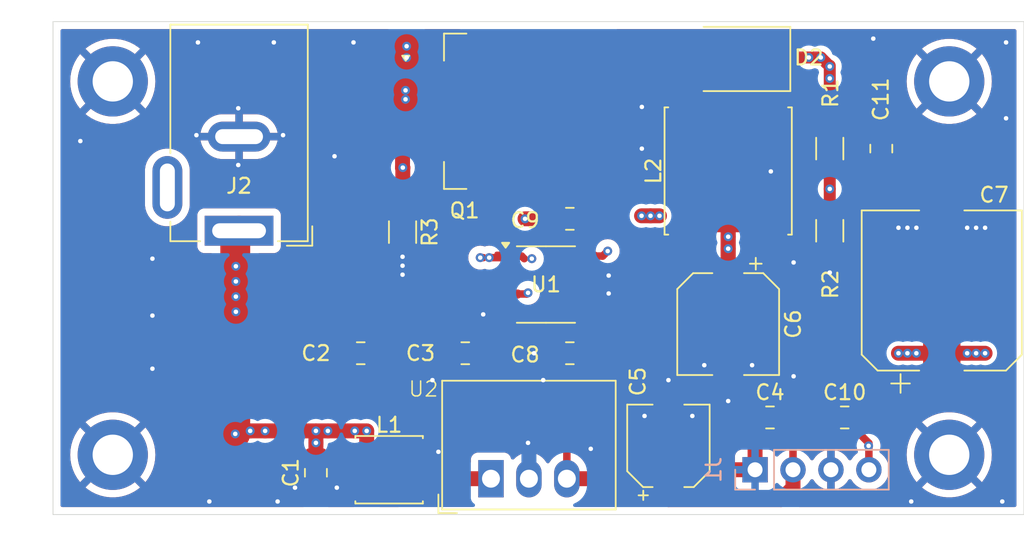
<source format=kicad_pcb>
(kicad_pcb (version 20240108) (generator "pcbnew") (generator_version "8.0")
  (layers (0 "F.Cu" signal) (1 "In1.Cu" signal) (2 "In2.Cu" signal) (31 "B.Cu" signal) (34 "B.Paste" user) (35 "F.Paste" user) (36 "B.SilkS" user "B.Silkscreen") (37 "F.SilkS" user "F.Silkscreen") (38 "B.Mask" user) (39 "F.Mask" user) (44 "Edge.Cuts" user))
  (net 0 "")
  (net 1 "GND")
  (net 2 "+170")
  (net 3 "+5V")
  (net 4 "VCC")
  (net 6 "Net-(U2-IN)")
  (net 7 "Net-(U1-REF)")
  (net 8 "Net-(U1-FB)")
  (net 9 "Net-(D2-A)")
  (net 10 "Net-(Q1-G)")
  (net 11 "Net-(Q1-S)")
  (footprint "Package_SO:SO-8_3.9x4.9mm_P1.27mm" (layer "F.Cu") (at 179 104.6)
    (property "Reference" "U1" (at 0 0 0) (layer "F.SilkS"))
    (property "Value" "MAX1771xSA" (hide yes))
    (fp_line (start 0 -2.56) (end -1.95 -2.56) (stroke (width 0.12)) (layer "F.SilkS"))
    (fp_line (start 0 -2.56) (end 1.95 -2.56) (stroke (width 0.12)) (layer "F.SilkS"))
    (fp_line (start 0 2.56) (end -1.95 2.56) (stroke (width 0.12)) (layer "F.SilkS"))
    (fp_line (start 0 2.56) (end 1.95 2.56) (stroke (width 0.12)) (layer "F.SilkS"))
    (fp_poly (pts (xy -2.7 -2.465) (xy -2.94 -2.795) (xy -2.46 -2.795) (xy -2.7 -2.465)) (stroke (width 0.12)) (fill solid) (layer "F.SilkS"))
    (pad "1" smd roundrect (at -2.575 -1.905) (size 1.75 0.6) (layers "F.Cu" "F.Paste" "F.Mask") (net 10 "Net-(Q1-G)"))
    (pad "2" smd roundrect (at -2.575 -0.635) (size 1.75 0.6) (layers "F.Cu" "F.Paste" "F.Mask") (net 4 "VCC"))
    (pad "3" smd roundrect (at -2.575 0.635) (size 1.75 0.6) (layers "F.Cu" "F.Paste" "F.Mask") (net 8 "Net-(U1-FB)"))
    (pad "4" smd roundrect (at -2.575 1.905) (size 1.75 0.6) (layers "F.Cu" "F.Paste" "F.Mask") (net 1 "GND"))
    (pad "5" smd roundrect (at 2.575 1.905) (size 1.75 0.6) (layers "F.Cu" "F.Paste" "F.Mask") (net 7 "Net-(U1-REF)"))
    (pad "6" smd roundrect (at 2.575 0.635) (size 1.75 0.6) (layers "F.Cu" "F.Paste" "F.Mask") (net 1 "GND"))
    (pad "7" smd roundrect (at 2.575 -0.635) (size 1.75 0.6) (layers "F.Cu" "F.Paste" "F.Mask") (net 1 "GND"))
    (pad "8" smd roundrect (at 2.575 -1.905) (size 1.75 0.6) (layers "F.Cu" "F.Paste" "F.Mask") (net 11 "Net-(Q1-S)"))
  )
  (footprint "anders:78xx-05A" (layer "F.Cu") (at 180.4 117.6 180)
    (property "Reference" "U2" (at 9.6 6 0) (layer "F.SilkS") (effects (font (thickness 0.1))))
    (property "Value" "R-78B5.0-0.5" (hide yes))
    (fp_line (start 8.6 -1.06) (end 8.6 -2.3) (stroke (width 0.12)) (layer "F.SilkS"))
    (fp_line (start 8.35 -2.06) (end 8.35 6.56) (stroke (width 0.12)) (layer "F.SilkS"))
    (fp_line (start 7.36 -2.3) (end 8.6 -2.3) (stroke (width 0.12)) (layer "F.SilkS"))
    (fp_line (start -3.27 6.56) (end 8.35 6.56) (stroke (width 0.12)) (layer "F.SilkS"))
    (fp_line (start -3.27 -2.06) (end 8.35 -2.06) (stroke (width 0.12)) (layer "F.SilkS"))
    (fp_line (start -3.27 -2.06) (end -3.27 6.56) (stroke (width 0.12)) (layer "F.SilkS"))
    (pad "1" thru_hole rect (at 5.08 0 180) (size 1.7 2.5) (drill 1.2) (layers "*.Cu" "*.Mask") (net 6 "Net-(U2-IN)"))
    (pad "2" thru_hole oval (at 2.54 0 180) (size 1.7 2.5) (drill 1.2) (layers "*.Cu" "*.Mask") (net 1 "GND"))
    (pad "3" thru_hole oval (at 0 0 180) (size 1.7 2.5) (drill 1.2) (layers "*.Cu" "*.Mask") (net 3 "+5V"))
  )
  (footprint "Capacitor_SMD:C_0805_2012Metric_Pad1.18x1.45mm_HandSolder" (layer "F.Cu") (at 173.6 109.2)
    (property "Reference" "C3" (at -3 0 0) (layer "F.SilkS"))
    (property "Value" "1n" (hide yes))
    (fp_line (start -0.261252 -0.735) (end 0.261252 -0.735) (stroke (width 0.12)) (layer "F.SilkS"))
    (fp_line (start -0.261252 0.735) (end 0.261252 0.735) (stroke (width 0.12)) (layer "F.SilkS"))
    (pad "1" smd roundrect (at -1.0375 0) (size 1.175 1.45) (layers "F.Cu" "F.Paste" "F.Mask") (roundrect_rratio 0.212766) (net 6 "Net-(U2-IN)"))
    (pad "2" smd roundrect (at 1.0375 0) (size 1.175 1.45) (layers "F.Cu" "F.Paste" "F.Mask") (roundrect_rratio 0.212766) (net 3 "+5V"))
  )
  (footprint "Capacitor_SMD:C_0805_2012Metric_Pad1.18x1.45mm_HandSolder" (layer "F.Cu") (at 199 113.5)
    (property "Reference" "C10" (at 0 -1.68 0) (layer "F.SilkS"))
    (property "Value" "100n")
    (fp_line (start -0.261252 -0.735) (end 0.261252 -0.735) (stroke (width 0.12)) (layer "F.SilkS"))
    (fp_line (start -0.261252 0.735) (end 0.261252 0.735) (stroke (width 0.12)) (layer "F.SilkS"))
    (pad "1" smd roundrect (at -1.0375 0) (size 1.175 1.45) (layers "F.Cu" "F.Paste" "F.Mask") (roundrect_rratio 0.212766) (net 1 "GND"))
    (pad "2" smd roundrect (at 1.0375 0) (size 1.175 1.45) (layers "F.Cu" "F.Paste" "F.Mask") (roundrect_rratio 0.212766) (net 2 "+170"))
  )
  (footprint "Resistor_SMD:R_1206_3216Metric" (layer "F.Cu") (at 198 101 -90)
    (property "Reference" "R2" (at 3.6 -0.05 90) (layer "F.SilkS"))
    (property "Value" "13k3" (hide yes))
    (fp_line (start -0.727064 0.91) (end 0.727064 0.91) (stroke (width 0.12)) (layer "F.SilkS"))
    (fp_line (start -0.727064 -0.91) (end 0.727064 -0.91) (stroke (width 0.12)) (layer "F.SilkS"))
    (pad "1" smd roundrect (at -1.4625 0 270) (size 1.125 1.75) (layers "F.Cu" "F.Paste" "F.Mask") (roundrect_rratio 0.222222) (net 8 "Net-(U1-FB)"))
    (pad "2" smd roundrect (at 1.4625 0 270) (size 1.125 1.75) (layers "F.Cu" "F.Paste" "F.Mask") (roundrect_rratio 0.222222) (net 1 "GND"))
  )
  (footprint "MountingHole:MountingHole_2.7mm_M2.5_DIN965_Pad" (layer "F.Cu") (at 206 91)
    (property "Reference" "H4" (hide yes))
    (property "Value" "MountingHole_Pad" (hide yes))
    (pad "1" thru_hole circle (at 0 0) (size 4.7 4.7) (drill 2.7) (layers "*.Cu" "*.Mask") (net 1 "GND"))
  )
  (footprint "Capacitor_SMD:C_0805_2012Metric_Pad1.18x1.45mm_HandSolder" (layer "F.Cu") (at 194 113.5)
    (property "Reference" "C4" (at 0 -1.68 0) (layer "F.SilkS"))
    (property "Value" "10u" (hide yes))
    (fp_line (start -0.261252 -0.735) (end 0.261252 -0.735) (stroke (width 0.12)) (layer "F.SilkS"))
    (fp_line (start -0.261252 0.735) (end 0.261252 0.735) (stroke (width 0.12)) (layer "F.SilkS"))
    (pad "1" smd roundrect (at -1.0375 0) (size 1.175 1.45) (layers "F.Cu" "F.Paste" "F.Mask") (roundrect_rratio 0.212766) (net 1 "GND"))
    (pad "2" smd roundrect (at 1.0375 0) (size 1.175 1.45) (layers "F.Cu" "F.Paste" "F.Mask") (roundrect_rratio 0.212766) (net 3 "+5V"))
  )
  (footprint "Capacitor_SMD:CP_Elec_5x5.3" (layer "F.Cu") (at 187.2 115.4 90)
    (property "Reference" "C5" (at 4.3 -2.05 90) (layer "F.SilkS"))
    (property "Value" "100uF/10V" (hide yes))
    (fp_line (start 2.76 -2.76) (end 2.76 -1.06) (stroke (width 0.12)) (layer "F.SilkS"))
    (fp_line (start -1.695563 -2.76) (end 2.76 -2.76) (stroke (width 0.12)) (layer "F.SilkS"))
    (fp_line (start -3.3125 -1.9975) (end -3.3125 -1.3725) (stroke (width 0.12)) (layer "F.SilkS"))
    (fp_line (start -2.76 -1.695563) (end -1.695563 -2.76) (stroke (width 0.12)) (layer "F.SilkS"))
    (fp_line (start -2.76 -1.695563) (end -2.76 -1.06) (stroke (width 0.12)) (layer "F.SilkS"))
    (fp_line (start -3.625 -1.685) (end -3 -1.685) (stroke (width 0.12)) (layer "F.SilkS"))
    (fp_line (start -2.76 1.695563) (end -2.76 1.06) (stroke (width 0.12)) (layer "F.SilkS"))
    (fp_line (start -2.76 1.695563) (end -1.695563 2.76) (stroke (width 0.12)) (layer "F.SilkS"))
    (fp_line (start 2.76 2.76) (end 2.76 1.06) (stroke (width 0.12)) (layer "F.SilkS"))
    (fp_line (start -1.695563 2.76) (end 2.76 2.76) (stroke (width 0.12)) (layer "F.SilkS"))
    (pad "1" smd roundrect (at -2.2 0 90) (size 3 1.6) (layers "F.Cu" "F.Paste" "F.Mask") (roundrect_rratio 0.15625) (net 3 "+5V"))
    (pad "2" smd roundrect (at 2.2 0 90) (size 3 1.6) (layers "F.Cu" "F.Paste" "F.Mask") (roundrect_rratio 0.15625) (net 1 "GND"))
  )
  (footprint "Capacitor_SMD:CP_Elec_6.3x7.7" (layer "F.Cu") (at 191.2 107.25 -90)
    (property "Reference" "C6" (at 0 -4.35 90) (layer "F.SilkS"))
    (property "Value" "330uF/16V" (hide yes))
    (fp_line (start -2.345563 3.41) (end 3.41 3.41) (stroke (width 0.12)) (layer "F.SilkS"))
    (fp_line (start 3.41 3.41) (end 3.41 1.06) (stroke (width 0.12)) (layer "F.SilkS"))
    (fp_line (start -3.41 2.345563) (end -2.345563 3.41) (stroke (width 0.12)) (layer "F.SilkS"))
    (fp_line (start -3.41 2.345563) (end -3.41 1.06) (stroke (width 0.12)) (layer "F.SilkS"))
    (fp_line (start -4.4375 -1.8475) (end -3.65 -1.8475) (stroke (width 0.12)) (layer "F.SilkS"))
    (fp_line (start -4.04375 -2.24125) (end -4.04375 -1.45375) (stroke (width 0.12)) (layer "F.SilkS"))
    (fp_line (start -3.41 -2.345563) (end -3.41 -1.06) (stroke (width 0.12)) (layer "F.SilkS"))
    (fp_line (start -3.41 -2.345563) (end -2.345563 -3.41) (stroke (width 0.12)) (layer "F.SilkS"))
    (fp_line (start -2.345563 -3.41) (end 3.41 -3.41) (stroke (width 0.12)) (layer "F.SilkS"))
    (fp_line (start 3.41 -3.41) (end 3.41 -1.06) (stroke (width 0.12)) (layer "F.SilkS"))
    (pad "1" smd roundrect (at -2.7 0 270) (size 3.5 1.6) (layers "F.Cu" "F.Paste" "F.Mask") (roundrect_rratio 0.15625) (net 4 "VCC"))
    (pad "2" smd roundrect (at 2.7 0 270) (size 3.5 1.6) (layers "F.Cu" "F.Paste" "F.Mask") (roundrect_rratio 0.15625) (net 1 "GND"))
  )
  (footprint "MountingHole:MountingHole_2.7mm_M2.5_DIN965_Pad" (layer "F.Cu") (at 150 116)
    (property "Reference" "H2" (hide yes))
    (property "Value" "MountingHole_Pad" (hide yes))
    (pad "1" thru_hole circle (at 0 0) (size 4.7 4.7) (drill 2.7) (layers "*.Cu" "*.Mask") (net 1 "GND"))
  )
  (footprint "MountingHole:MountingHole_2.7mm_M2.5_DIN965_Pad" (layer "F.Cu") (at 150 91)
    (property "Reference" "H3" (hide yes))
    (property "Value" "MountingHole_Pad" (hide yes))
    (pad "1" thru_hole circle (at 0 0) (size 4.7 4.7) (drill 2.7) (layers "*.Cu" "*.Mask") (net 1 "GND"))
  )
  (footprint "Connector_BarrelJack:BarrelJack_GCT_DCJ200-10-A_Horizontal" (layer "F.Cu") (at 158.455 101 180)
    (property "Reference" "J2" (at 0 3 0) (layer "F.SilkS"))
    (property "Value" "12V DC")
    (fp_line (start 4.6 13.8) (end -4.6 13.8) (stroke (width 0.12)) (layer "F.SilkS"))
    (fp_line (start 4.6 5.2) (end 4.6 13.8) (stroke (width 0.12)) (layer "F.SilkS"))
    (fp_line (start 4.6 -0.7) (end 4.6 0.6) (stroke (width 0.12)) (layer "F.SilkS"))
    (fp_line (start 2.6 -0.7) (end 4.6 -0.7) (stroke (width 0.12)) (layer "F.SilkS"))
    (fp_line (start -3.2 -1) (end -4.9 -1) (stroke (width 0.12)) (layer "F.SilkS"))
    (fp_line (start -4.6 13.8) (end -4.6 -0.7) (stroke (width 0.12)) (layer "F.SilkS"))
    (fp_line (start -4.6 -0.7) (end -2.6 -0.7) (stroke (width 0.12)) (layer "F.SilkS"))
    (fp_line (start -4.9 -1) (end -4.9 0.3) (stroke (width 0.12)) (layer "F.SilkS"))
    (pad "1" thru_hole rect (at 0 0 180) (size 4.6 2) (drill oval 3.6 1) (layers "*.Cu" "*.Mask") (net 4 "VCC"))
    (pad "2" thru_hole oval (at 0 6.3 180) (size 4.2 2) (drill oval 3.2 1) (layers "*.Cu" "*.Mask") (net 1 "GND"))
    (pad "3" thru_hole oval (at 4.8 2.9 180) (size 2 4.2) (drill oval 1 3.2) (layers "*.Cu" "*.Mask"))
  )
  (footprint "Diode_SMD:D_SMB" (layer "F.Cu") (at 191.7 89.5 180)
    (property "Reference" "D2" (at -4.896 0.092 180) (layer "F.SilkS"))
    (property "Value" "ES2F")
    (fp_line (start -3.66 2.15) (end 2.15 2.15) (stroke (width 0.12)) (layer "F.SilkS"))
    (fp_line (start -3.66 -2.15) (end 2.15 -2.15) (stroke (width 0.12)) (layer "F.SilkS"))
    (fp_line (start -3.66 -2.15) (end -3.66 2.15) (stroke (width 0.12)) (layer "F.SilkS"))
    (pad "1" smd roundrect (at -2.15 0 180) (size 2.5 2.3) (layers "F.Cu" "F.Paste" "F.Mask") (roundrect_rratio 0.1086956522) (net 2 "+170"))
    (pad "2" smd roundrect (at 2.15 0 180) (size 2.5 2.3) (layers "F.Cu" "F.Paste" "F.Mask") (roundrect_rratio 0.1086956522) (net 9 "Net-(D2-A)"))
  )
  (footprint "Capacitor_SMD:C_0805_2012Metric_Pad1.18x1.45mm_HandSolder" (layer "F.Cu") (at 163.6 117.2 90)
    (property "Reference" "C1" (at 0 -1.68 90) (layer "F.SilkS"))
    (property "Value" "10u" (hide yes))
    (fp_line (start -0.261252 -0.735) (end 0.261252 -0.735) (stroke (width 0.12)) (layer "F.SilkS"))
    (fp_line (start -0.261252 0.735) (end 0.261252 0.735) (stroke (width 0.12)) (layer "F.SilkS"))
    (pad "1" smd roundrect (at -1.0375 0 90) (size 1.175 1.45) (layers "F.Cu" "F.Paste" "F.Mask") (roundrect_rratio 0.212766) (net 1 "GND"))
    (pad "2" smd roundrect (at 1.0375 0 90) (size 1.175 1.45) (layers "F.Cu" "F.Paste" "F.Mask") (roundrect_rratio 0.212766) (net 4 "VCC"))
  )
  (footprint "Capacitor_SMD:CP_Elec_10x12.5" (layer "F.Cu") (at 205.5 105 90)
    (property "Reference" "C7" (at 6.4 3.5 180) (layer "F.SilkS"))
    (property "Value" "10uF/250V" (hide yes))
    (fp_line (start 5.36 -5.36) (end 5.36 -1.51) (stroke (width 0.12)) (layer "F.SilkS"))
    (fp_line (start -4.295563 -5.36) (end 5.36 -5.36) (stroke (width 0.12)) (layer "F.SilkS"))
    (fp_line (start -5.36 -4.295563) (end -4.295563 -5.36) (stroke (width 0.12)) (layer "F.SilkS"))
    (fp_line (start -5.36 -4.295563) (end -5.36 -1.51) (stroke (width 0.12)) (layer "F.SilkS"))
    (fp_line (start -6.225 -3.385) (end -6.225 -2.135) (stroke (width 0.12)) (layer "F.SilkS"))
    (fp_line (start -6.85 -2.76) (end -5.6 -2.76) (stroke (width 0.12)) (layer "F.SilkS"))
    (fp_line (start -5.36 4.295563) (end -5.36 1.51) (stroke (width 0.12)) (layer "F.SilkS"))
    (fp_line (start -5.36 4.295563) (end -4.295563 5.36) (stroke (width 0.12)) (layer "F.SilkS"))
    (fp_line (start 5.36 5.36) (end 5.36 1.51) (stroke (width 0.12)) (layer "F.SilkS"))
    (fp_line (start -4.295563 5.36) (end 5.36 5.36) (stroke (width 0.12)) (layer "F.SilkS"))
    (pad "1" smd roundrect (at -4.2 0 90) (size 4.4 2.5) (layers "F.Cu" "F.Paste" "F.Mask") (roundrect_rratio 0.1) (net 2 "+170"))
    (pad "2" smd roundrect (at 4.2 0 90) (size 4.4 2.5) (layers "F.Cu" "F.Paste" "F.Mask") (roundrect_rratio 0.1) (net 1 "GND"))
  )
  (footprint "Resistor_SMD:R_1206_3216Metric" (layer "F.Cu") (at 198 95.5 -90)
    (property "Reference" "R1" (at -3.7 -0.05 90) (layer "F.SilkS"))
    (property "Value" "1M5" (hide yes))
    (fp_line (start -0.727064 0.91) (end 0.727064 0.91) (stroke (width 0.12)) (layer "F.SilkS"))
    (fp_line (start -0.727064 -0.91) (end 0.727064 -0.91) (stroke (width 0.12)) (layer "F.SilkS"))
    (pad "1" smd roundrect (at -1.4625 0 270) (size 1.125 1.75) (layers "F.Cu" "F.Paste" "F.Mask") (roundrect_rratio 0.222222) (net 2 "+170"))
    (pad "2" smd roundrect (at 1.4625 0 270) (size 1.125 1.75) (layers "F.Cu" "F.Paste" "F.Mask") (roundrect_rratio 0.222222) (net 8 "Net-(U1-FB)"))
  )
  (footprint "Resistor_SMD:R_1206_3216Metric" (layer "F.Cu") (at 169.4 101.092 -90)
    (property "Reference" "R3" (at 0 -1.82 -90) (layer "F.SilkS"))
    (property "Value" "0R10")
    (fp_line (start -0.727064 0.91) (end 0.727064 0.91) (stroke (width 0.12)) (layer "F.SilkS"))
    (fp_line (start -0.727064 -0.91) (end 0.727064 -0.91) (stroke (width 0.12)) (layer "F.SilkS"))
    (pad "1" smd roundrect (at -1.4625 0 270) (size 1.125 1.75) (layers "F.Cu" "F.Paste" "F.Mask") (roundrect_rratio 0.222222) (net 11 "Net-(Q1-S)"))
    (pad "2" smd roundrect (at 1.4625 0 270) (size 1.125 1.75) (layers "F.Cu" "F.Paste" "F.Mask") (roundrect_rratio 0.222222) (net 1 "GND"))
  )
  (footprint "Package_TO_SOT_SMD:TO-263-2" (layer "F.Cu") (at 177 93)
    (property "Reference" "Q1" (at -3.45 6.65 0) (layer "F.SilkS"))
    (property "Value" "IRF644" (hide yes))
    (fp_line (start -4.825 -5.2) (end -4.825 -3.39) (stroke (width 0.12)) (layer "F.SilkS"))
    (fp_line (start -4.825 5.2) (end -4.825 3.39) (stroke (width 0.12)) (layer "F.SilkS"))
    (fp_line (start -3.325 -5.2) (end -4.825 -5.2) (stroke (width 0.12)) (layer "F.SilkS"))
    (fp_line (start -3.325 5.2) (end -4.825 5.2) (stroke (width 0.12)) (layer "F.SilkS"))
    (fp_poly (pts (xy -7.3875 -3.39) (xy -7.6275 -3.72) (xy -7.1475 -3.72) (xy -7.3875 -3.39)) (stroke (width 0.12)) (fill solid) (layer "F.SilkS"))
    (pad "1" smd roundrect (at -7.65 -2.54) (size 4.6 1.1) (layers "F.Cu" "F.Paste" "F.Mask") (roundrect_rratio 0.227273) (net 10 "Net-(Q1-G)"))
    (pad "2" smd roundrect (at -0.925 -2.775) (size 4.55 5.25) (layers "F.Cu" "F.Paste") (roundrect_rratio 0.054945) (net 9 "Net-(D2-A)"))
    (pad "2" smd roundrect (at -0.925 2.775) (size 4.55 5.25) (layers "F.Cu" "F.Paste") (roundrect_rratio 0.054945) (net 9 "Net-(D2-A)"))
    (pad "2" smd roundrect (at 1.5 0) (size 9.4 10.8) (layers "F.Cu" "F.Mask") (roundrect_rratio 0.026596) (net 9 "Net-(D2-A)"))
    (pad "2" smd roundrect (at 3.925 -2.775) (size 4.55 5.25) (layers "F.Cu" "F.Paste") (roundrect_rratio 0.054945) (net 9 "Net-(D2-A)"))
    (pad "2" smd roundrect (at 3.925 2.775) (size 4.55 5.25) (layers "F.Cu" "F.Paste") (roundrect_rratio 0.054945) (net 9 "Net-(D2-A)"))
    (pad "3" smd roundrect (at -7.65 2.54) (size 4.6 1.1) (layers "F.Cu" "F.Paste" "F.Mask") (roundrect_rratio 0.227273) (net 11 "Net-(Q1-S)"))
  )
  (footprint "Capacitor_SMD:C_0805_2012Metric_Pad1.18x1.45mm_HandSolder" (layer "F.Cu") (at 201.45 95.5 -90)
    (property "Reference" "C11" (at -3.298 0.028 90) (layer "F.SilkS"))
    (property "Value" "1n" (hide yes))
    (fp_line (start -0.261252 0.735) (end 0.261252 0.735) (stroke (width 0.12)) (layer "F.SilkS"))
    (fp_line (start -0.261252 -0.735) (end 0.261252 -0.735) (stroke (width 0.12)) (layer "F.SilkS"))
    (pad "1" smd roundrect (at -1.0375 0 270) (size 1.175 1.45) (layers "F.Cu" "F.Paste" "F.Mask") (roundrect_rratio 0.212766) (net 1 "GND"))
    (pad "2" smd roundrect (at 1.0375 0 270) (size 1.175 1.45) (layers "F.Cu" "F.Paste" "F.Mask") (roundrect_rratio 0.212766) (net 8 "Net-(U1-FB)"))
  )
  (footprint "Inductor_SMD:L_Changjiang_FNR4030S" (layer "F.Cu") (at 168.5 117)
    (property "Reference" "L1" (at 0 -3 0) (layer "F.SilkS"))
    (property "Value" "4u7" (hide yes))
    (fp_line (start -2.26 -2.26) (end -2.26 -2.11) (stroke (width 0.12)) (layer "F.SilkS"))
    (fp_line (start -2.26 -2.26) (end 2.26 -2.26) (stroke (width 0.12)) (layer "F.SilkS"))
    (fp_line (start -2.26 2.26) (end -2.26 2.11) (stroke (width 0.12)) (layer "F.SilkS"))
    (fp_line (start -2.26 2.26) (end 2.26 2.26) (stroke (width 0.12)) (layer "F.SilkS"))
    (fp_line (start 2.26 -2.26) (end 2.26 -2.11) (stroke (width 0.12)) (layer "F.SilkS"))
    (fp_line (start 2.26 2.26) (end 2.26 2.11) (stroke (width 0.12)) (layer "F.SilkS"))
    (pad "1" smd rect (at -1.5 0) (size 1.1 3.7) (layers "F.Cu" "F.Paste" "F.Mask") (net 4 "VCC"))
    (pad "2" smd rect (at 1.5 0) (size 1.1 3.7) (layers "F.Cu" "F.Paste" "F.Mask") (net 6 "Net-(U2-IN)"))
  )
  (footprint "Capacitor_SMD:C_0805_2012Metric_Pad1.18x1.45mm_HandSolder" (layer "F.Cu") (at 166.6 109.2)
    (property "Reference" "C2" (at -3 0 0) (layer "F.SilkS"))
    (property "Value" "10u" (hide yes))
    (fp_line (start -0.261252 -0.735) (end 0.261252 -0.735) (stroke (width 0.12)) (layer "F.SilkS"))
    (fp_line (start -0.261252 0.735) (end 0.261252 0.735) (stroke (width 0.12)) (layer "F.SilkS"))
    (pad "1" smd roundrect (at -1.0375 0) (size 1.175 1.45) (layers "F.Cu" "F.Paste" "F.Mask") (roundrect_rratio 0.212766) (net 1 "GND"))
    (pad "2" smd roundrect (at 1.0375 0) (size 1.175 1.45) (layers "F.Cu" "F.Paste" "F.Mask") (roundrect_rratio 0.212766) (net 6 "Net-(U2-IN)"))
  )
  (footprint "Capacitor_SMD:C_0805_2012Metric_Pad1.18x1.45mm_HandSolder" (layer "F.Cu") (at 180.6 100.2 180)
    (property "Reference" "C9" (at 3 -0.1 0) (layer "F.SilkS"))
    (property "Value" "100n" (hide yes))
    (fp_line (start -0.261252 0.735) (end 0.261252 0.735) (stroke (width 0.12)) (layer "F.SilkS"))
    (fp_line (start -0.261252 -0.735) (end 0.261252 -0.735) (stroke (width 0.12)) (layer "F.SilkS"))
    (pad "1" smd roundrect (at -1.0375 0 180) (size 1.175 1.45) (layers "F.Cu" "F.Paste" "F.Mask") (roundrect_rratio 0.212766) (net 1 "GND"))
    (pad "2" smd roundrect (at 1.0375 0 180) (size 1.175 1.45) (layers "F.Cu" "F.Paste" "F.Mask") (roundrect_rratio 0.212766) (net 4 "VCC"))
  )
  (footprint "Inductor_SMD:L_Sunlord_SWPA8040S" (layer "F.Cu") (at 191.2 97 90)
    (property "Reference" "L2" (at 0 -5 90) (layer "F.SilkS"))
    (property "Value" "100u" (hide yes))
    (fp_line (start 4.26 -4.26) (end 4.26 -4.01) (stroke (width 0.12)) (layer "F.SilkS"))
    (fp_line (start -4.26 -4.26) (end 4.26 -4.26) (stroke (width 0.12)) (layer "F.SilkS"))
    (fp_line (start -4.26 -4.26) (end -4.26 -4.01) (stroke (width 0.12)) (layer "F.SilkS"))
    (fp_line (start 4.26 4.26) (end 4.26 4.01) (stroke (width 0.12)) (layer "F.SilkS"))
    (fp_line (start -4.26 4.26) (end -4.26 4.01) (stroke (width 0.12)) (layer "F.SilkS"))
    (fp_line (start -4.26 4.26) (end 4.26 4.26) (stroke (width 0.12)) (layer "F.SilkS"))
    (pad "1" smd rect (at -3 0 90) (size 2.2 7.5) (layers "F.Cu" "F.Paste" "F.Mask") (net 4 "VCC"))
    (pad "2" smd rect (at 3 0 90) (size 2.2 7.5) (layers "F.Cu" "F.Paste" "F.Mask") (net 9 "Net-(D2-A)"))
  )
  (footprint "MountingHole:MountingHole_2.7mm_M2.5_DIN965_Pad" (layer "F.Cu") (at 206 116)
    (property "Reference" "H1" (hide yes))
    (property "Value" "MountingHole_Pad" (hide yes))
    (pad "1" thru_hole circle (at 0 0) (size 4.7 4.7) (drill 2.7) (layers "*.Cu" "*.Mask") (net 1 "GND"))
  )
  (footprint "Capacitor_SMD:C_0805_2012Metric_Pad1.18x1.45mm_HandSolder" (layer "F.Cu") (at 180.6 109.2)
    (property "Reference" "C8" (at -3 0.1 0) (layer "F.SilkS"))
    (property "Value" "100n" (hide yes))
    (fp_line (start -0.261252 -0.735) (end 0.261252 -0.735) (stroke (width 0.12)) (layer "F.SilkS"))
    (fp_line (start -0.261252 0.735) (end 0.261252 0.735) (stroke (width 0.12)) (layer "F.SilkS"))
    (pad "1" smd roundrect (at -1.0375 0) (size 1.175 1.45) (layers "F.Cu" "F.Paste" "F.Mask") (roundrect_rratio 0.212766) (net 1 "GND"))
    (pad "2" smd roundrect (at 1.0375 0) (size 1.175 1.45) (layers "F.Cu" "F.Paste" "F.Mask") (roundrect_rratio 0.212766) (net 7 "Net-(U1-REF)"))
  )
  (footprint "Connector_PinSocket_2.54mm:PinSocket_1x04_P2.54mm_Vertical" (layer "B.Cu") (at 193 117 -90)
    (property "Reference" "J1" (at 0 2.77 90) (layer "B.SilkS") (effects (justify mirror)))
    (property "Value" "Conn_01x04_Pin" (hide yes))
    (fp_line (start 1.33 1.33) (end 0 1.33) (stroke (width 0.12)) (layer "B.SilkS"))
    (fp_line (start 1.33 0) (end 1.33 1.33) (stroke (width 0.12)) (layer "B.SilkS"))
    (fp_line (start 1.33 -1.27) (end -1.33 -1.27) (stroke (width 0.12)) (layer "B.SilkS"))
    (fp_line (start -1.33 -8.95) (end -1.33 -1.27) (stroke (width 0.12)) (layer "B.SilkS"))
    (fp_line (start 1.33 -8.95) (end 1.33 -1.27) (stroke (width 0.12)) (layer "B.SilkS"))
    (fp_line (start 1.33 -8.95) (end -1.33 -8.95) (stroke (width 0.12)) (layer "B.SilkS"))
    (pad "1" thru_hole rect (at 0 0 270) (size 1.7 1.7) (drill 1) (layers "*.Cu" "*.Mask") (net 1 "GND"))
    (pad "2" thru_hole oval (at 0 -2.54 270) (size 1.7 1.7) (drill 1) (layers "*.Cu" "*.Mask") (net 3 "+5V"))
    (pad "3" thru_hole oval (at 0 -5.08 270) (size 1.7 1.7) (drill 1) (layers "*.Cu" "*.Mask") (net 1 "GND"))
    (pad "4" thru_hole oval (at 0 -7.62 270) (size 1.7 1.7) (drill 1) (layers "*.Cu" "*.Mask") (net 2 "+170"))
  )
  (gr_line (start 146 120) (end 211 120) (stroke (width 0.05)) (layer "Edge.Cuts"))
  (gr_line (start 211 120) (end 211 87) (stroke (width 0.05)) (layer "Edge.Cuts"))
  (gr_line (start 146 87) (end 146 120) (stroke (width 0.05)) (layer "Edge.Cuts"))
  (gr_line (start 211 87) (end 146 87) (stroke (width 0.05)) (layer "Edge.Cuts"))
  (gr_text "ARL 2025" (at 150 106 90) (layer "F.Cu") (effects (font (size 1.5 1.5) (thickness 0.3) (bold yes))))
  (segment (start 205.5 100.8) (end 203.8 100.8) (width 1) (layer "F.Cu") (net 1))
  (segment (start 207.2 100.8) (end 207.8 100.8) (width 1) (layer "F.Cu") (net 1))
  (segment (start 169.4 102.742) (end 169.4 103.342) (width 1) (layer "F.Cu") (net 1))
  (segment (start 193 117) (end 190.8 117) (width 1) (layer "F.Cu") (net 1))
  (segment (start 202.6 100.8) (end 207.2 100.8) (width 1) (layer "F.Cu") (net 1))
  (segment (start 198 102.4625) (end 198 103.8) (width 0.8) (layer "F.Cu") (net 1))
  (segment (start 207.8 100.8) (end 208.4 100.8) (width 1) (layer "F.Cu") (net 1))
  (segment (start 169.4 102.5545) (end 169.4 102.742) (width 1) (layer "F.Cu") (net 1))
  (segment (start 203.8 100.8) (end 203.2 100.8) (width 1) (layer "F.Cu") (net 1))
  (segment (start 193 117) (end 193 115.4) (width 1) (layer "F.Cu") (net 1))
  (segment (start 203.2 100.8) (end 202.6 100.8) (width 1) (layer "F.Cu") (net 1))
  (segment (start 169.4 103.342) (end 169.4 103.942) (width 1) (layer "F.Cu") (net 1))
  (segment (start 169.4 103.942) (end 169.4 103.742) (width 1) (layer "F.Cu") (net 1))
  (via (at 185.42 95.504) (size 0.6) (drill 0.3) (layers "F.Cu" "B.Cu") (net 1))
  (via (at 155.702 88.392) (size 0.6) (drill 0.3) (layers "F.Cu" "B.Cu") (net 1))
  (via (at 185.42 92.71) (size 0.6) (drill 0.3) (layers "F.Cu" "B.Cu") (net 1))
  (via (at 203.8 100.8) (size 0.6) (drill 0.3) (layers "F.Cu" "B.Cu") (net 1))
  (via (at 178.2 109.2) (size 0.6) (drill 0.3) (layers "F.Cu" "B.Cu") (net 1))
  (via (at 164.846 96.012) (size 0.6) (drill 0.3) (layers "F.Cu" "B.Cu") (net 1))
  (via (at 209.804 88.392) (size 0.6) (drill 0.3) (layers "F.Cu" "B.Cu") (net 1))
  (via (at 147.828 94.996) (size 0.6) (drill 0.3) (layers "F.Cu" "B.Cu") (net 1))
  (via (at 202.6 100.8) (size 0.6) (drill 0.3) (layers "F.Cu" "B.Cu") (net 1))
  (via (at 191.2 112.4) (size 0.6) (drill 0.3) (layers "F.Cu" "B.Cu") (net 1))
  (via (at 166.116 88.392) (size 0.6) (drill 0.3) (layers "F.Cu" "B.Cu") (net 1))
  (via (at 162.2 118.2) (size 0.6) (drill 0.3) (layers "F.Cu" "B.Cu") (net 1))
  (via (at 187.2 111) (size 0.6) (drill 0.3) (layers "F.Cu" "B.Cu") (net 1))
  (via (at 200.914 88.138) (size 0.6) (drill 0.3) (layers "F.Cu" "B.Cu") (net 1))
  (via (at 178.816 110.998) (size 0.6) (drill 0.3) (layers "F.Cu" "B.Cu") (net 1))
  (via (at 152.654 102.87) (size 0.6) (drill 0.3) (layers "F.Cu" "B.Cu") (net 1))
  (via (at 171.8 115.8) (size 0.6) (drill 0.3) (layers "F.Cu" "B.Cu") (net 1))
  (via (at 160.782 88.392) (size 0.6) (drill 0.3) (layers "F.Cu" "B.Cu") (net 1))
  (via (at 209.55 119.126) (size 0.6) (drill 0.3) (layers "F.Cu" "B.Cu") (net 1))
  (via (at 195.58 110.744) (size 0.6) (drill 0.3) (layers "F.Cu" "B.Cu") (net 1))
  (via (at 195.58 103.124) (size 0.6) (drill 0.3) (layers "F.Cu" "B.Cu") (net 1))
  (via (at 192.8 110) (size 0.6) (drill 0.3) (layers "F.Cu" "B.Cu") (net 1))
  (via (at 171.4 111) (size 0.6) (drill 0.3) (layers "F.Cu" "B.Cu") (net 1))
  (via (at 177.8 115.2) (size 0.6) (drill 0.3) (layers "F.Cu" "B.Cu") (net 1))
  (via (at 207.8 100.8) (size 0.6) (drill 0.3) (layers "F.Cu" "B.Cu") (net 1))
  (via (at 182 115.6) (size 0.6) (drill 0.3) (layers "F.Cu" "B.Cu") (net 1))
  (via (at 209.804 93.472) (size 0.6) (drill 0.3) (layers "F.Cu" "B.Cu") (net 1))
  (via (at 169.4 103.342) (size 0.6) (drill 0.3) (layers "F.Cu" "B.Cu") (net 1))
  (via (at 174.8 106.6) (size 0.6) (drill 0.3) (layers "F.Cu" "B.Cu") (net 1))
  (via (at 152.654 106.68) (size 0.6) (drill 0.3) (layers "F.Cu" "B.Cu") (net 1))
  (via (at 161.4 94.6) (size 0.6) (drill 0.3) (layers "F.Cu" "B.Cu") (net 1))
  (via (at 189.6 110) (size 0.6) (drill 0.3) (layers "F.Cu" "B.Cu") (net 1))
  (via (at 158.4 96.6) (size 0.6) (drill 0.3) (layers "F.Cu" "B.Cu") (net 1))
  (via (at 183.2 104) (size 0.6) (drill 0.3) (layers "F.Cu" "B.Cu") (net 1))
  (via (at 155.6 94.6) (size 0.6) (drill 0.3) (layers "F.Cu" "B.Cu") (net 1))
  (via (at 188.8 113.4) (size 0.6) (drill 0.3) (layers "F.Cu" "B.Cu") (net 1))
  (via (at 183.2 105.2) (size 0.6) (drill 0.3) (layers "F.Cu" "B.Cu") (net 1))
  (via (at 158.4 92.8) (size 0.6) (drill 0.3) (layers "F.Cu" "B.Cu") (net 1))
  (via (at 156.464 119.126) (size 0.6) (drill 0.3) (layers "F.Cu" "B.Cu") (net 1))
  (via (at 169.4 103.942) (size 0.6) (drill 0.3) (layers "F.Cu" "B.Cu") (net 1))
  (via (at 203.454 119.126) (size 0.6) (drill 0.3) (layers "F.Cu" "B.Cu") (net 1))
  (via (at 185.6 113.4) (size 0.6) (drill 0.3) (layers "F.Cu" "B.Cu") (net 1))
  (via (at 169.4 102.742) (size 0.6) (drill 0.3) (layers "F.Cu" "B.Cu") (net 1))
  (via (at 161.036 119.126) (size 0.6) (drill 0.3) (layers "F.Cu" "B.Cu") (net 1))
  (via (at 207.2 100.8) (size 0.6) (drill 0.3) (layers "F.Cu" "B.Cu") (net 1))
  (via (at 152.654 110.236) (size 0.6) (drill 0.3) (layers "F.Cu" "B.Cu") (net 1))
  (via (at 165 118.2) (size 0.6) (drill 0.3) (layers "F.Cu" "B.Cu") (net 1))
  (via (at 198 103.8) (size 0.6) (drill 0.3) (layers "F.Cu" "B.Cu") (net 1))
  (via (at 203.2 100.8) (size 0.6) (drill 0.3) (layers "F.Cu" "B.Cu") (net 1))
  (via (at 194.056 97.028) (size 0.6) (drill 0.3) (layers "F.Cu" "B.Cu") (net 1))
  (via (at 208.4 100.8) (size 0.6) (drill 0.3) (layers "F.Cu" "B.Cu") (net 1))
  (segment (start 177.86 117.6) (end 177.86 115.26) (width 1) (layer "B.Cu") (net 1))
  (segment (start 177.86 115.26) (end 177.8 115.2) (width 1) (layer "B.Cu") (net 1))
  (segment (start 202.6 109.2) (end 208.4 109.2) (width 1) (layer "F.Cu") (net 2))
  (segment (start 198 94.0375) (end 198 89.95) (width 0.8) (layer "F.Cu") (net 2))
  (segment (start 200.6 115.4) (end 200.62 115.42) (width 0.5) (layer "F.Cu") (net 2))
  (segment (start 200.62 115.22) (end 200.62 115.38) (width 0.5) (layer "F.Cu") (net 2))
  (segment (start 200.62 115.38) (end 200.6 115.4) (width 0.5) (layer "F.Cu") (net 2))
  (segment (start 200.0375 113.5) (end 200.0375 114.6375) (width 0.5) (layer "F.Cu") (net 2))
  (segment (start 197 89.4) (end 197.4 89.4) (width 0.8) (layer "F.Cu") (net 2))
  (segment (start 200.62 115.42) (end 200.62 117) (width 0.5) (layer "F.Cu") (net 2))
  (segment (start 197.4 89.4) (end 197.8 89.8) (width 0.8) (layer "F.Cu") (net 2))
  (segment (start 200.0375 114.6375) (end 200.62 115.22) (width 0.5) (layer "F.Cu") (net 2))
  (segment (start 197 89.4) (end 194.5 89.4) (width 0.8) (layer "F.Cu") (net 2))
  (segment (start 194.5 89.4) (end 194.4 89.5) (width 0.8) (layer "F.Cu") (net 2))
  (via (at 198 90.8) (size 0.6) (drill 0.3) (layers "F.Cu" "B.Cu") (net 2))
  (via (at 207.2 109.2) (size 0.6) (drill 0.3) (layers "F.Cu" "B.Cu") (net 2))
  (via (at 203.8 109.2) (size 0.6) (drill 0.3) (layers "F.Cu" "B.Cu") (net 2))
  (via (at 200.6 115.4) (size 0.6) (drill 0.3) (layers "F.Cu" "B.Cu") (net 2))
  (via (at 196.6 89.4) (size 0.6) (drill 0.3) (layers "F.Cu" "B.Cu") (net 2))
  (via (at 207.8 109.2) (size 0.6) (drill 0.3) (layers "F.Cu" "B.Cu") (net 2))
  (via (at 202.6 109.2) (size 0.6) (drill 0.3) (layers "F.Cu" "B.Cu") (net 2))
  (via (at 208.4 109.2) (size 0.6) (drill 0.3) (layers "F.Cu" "B.Cu") (net 2))
  (via (at 203.2 109.2) (size 0.6) (drill 0.3) (layers "F.Cu" "B.Cu") (net 2))
  (via (at 197.4 89.4) (size 0.6) (drill 0.3) (layers "F.Cu" "B.Cu") (net 2))
  (via (at 198 90) (size 0.6) (drill 0.3) (layers "F.Cu" "B.Cu") (net 2))
  (segment (start 195.54 115.14) (end 195.54 117) (width 0.5) (layer "F.Cu") (net 3))
  (segment (start 195.0375 113.5) (end 195.0375 114.6375) (width 0.5) (layer "F.Cu") (net 3))
  (segment (start 194.742081 119) (end 195.54 118.202081) (width 1) (layer "F.Cu") (net 3))
  (segment (start 187.2 117.6) (end 187.2 119) (width 1) (layer "F.Cu") (net 3))
  (segment (start 195.0375 114.6375) (end 195.54 115.14) (width 0.5) (layer "F.Cu") (net 3))
  (segment (start 180.4 114.9625) (end 180.4 117.6) (width 0.5) (layer "F.Cu") (net 3))
  (segment (start 187.2 119) (end 194.742081 119) (width 1) (layer "F.Cu") (net 3))
  (segment (start 187.2 117.6) (end 180.4 117.6) (width 1) (layer "F.Cu") (net 3))
  (segment (start 195.54 118.202081) (end 195.54 117) (width 1) (layer "F.Cu") (net 3))
  (segment (start 174.6375 109.2) (end 180.4 114.9625) (width 0.5) (layer "F.Cu") (net 3))
  (segment (start 159.2 114.4) (end 158.4 114.4) (width 1) (layer "F.Cu") (net 4))
  (segment (start 158.2 112.5) (end 158.2 101.255) (width 2) (layer "F.Cu") (net 4))
  (segment (start 191.2 102.2) (end 191.2 101.4) (width 1) (layer "F.Cu") (net 4))
  (segment (start 158.4 114.4) (end 158.2 114.6) (width 1) (layer "F.Cu") (net 4))
  (segment (start 160.2 114.4) (end 159.2 114.4) (width 1) (layer "F.Cu") (net 4))
  (segment (start 191.2 101.4) (end 191.2 100) (width 1) (layer "F.Cu") (net 4))
  (segment (start 163.6 114.4) (end 160.2 114.4) (width 1) (layer "F.Cu") (net 4))
  (segment (start 179.5625 100.2) (end 177.6 100.2) (width 1) (layer "F.Cu") (net 4))
  (segment (start 163.6 116.1625) (end 163.6 115.2) (width 1) (layer "F.Cu") (net 4))
  (segment (start 158.2 101.255) (end 158.455 101) (width 2) (layer "F.Cu") (net 4))
  (segment (start 163.6 114.4) (end 164.4 114.4) (width 1) (layer "F.Cu") (net 4))
  (segment (start 191.2 100) (end 191.2 104.6) (width 1) (layer "F.Cu") (net 4))
  (segment (start 163.6 115.2) (end 163.6 114.4) (width 1) (layer "F.Cu") (net 4))
  (segment (start 167 114.4) (end 167 117) (width 1) (layer "F.Cu") (net 4))
  (segment (start 186.6 100) (end 186 100) (width 1) (layer "F.Cu") (net 4))
  (segment (start 158.2 112.5) (end 158.2 114.6) (width 2) (layer "F.Cu") (net 4))
  (segment (start 166.2 114.4) (end 167 114.4) (width 1) (layer "F.Cu") (net 4))
  (segment (start 179.6 103.4) (end 179.5625 103.3625) (width 0.5) (layer "F.Cu") (net 4))
  (segment (start 186 100) (end 185.4 100) (width 1) (layer "F.Cu") (net 4))
  (segment (start 176.425 103.965) (end 179.035 103.965) (width 0.5) (layer "F.Cu") (net 4))
  (segment (start 179.5625 103.3625) (end 179.5625 100.2) (width 0.5) (layer "F.Cu") (net 4))
  (segment (start 179.035 103.965) (end 179.6 103.4) (width 0.5) (layer "F.Cu") (net 4))
  (segment (start 164.4 114.4) (end 166.2 114.4) (width 1) (layer "F.Cu") (net 4))
  (segment (start 191.2 104.55) (end 191.2 102.2) (width 1) (layer "F.Cu") (net 4))
  (via (at 177.6 100.2) (size 0.6) (drill 0.3) (layers "F.Cu" "B.Cu") (net 4))
  (via (at 186 100) (size 0.6) (drill 0.3) (layers "F.Cu" "B.Cu") (net 4))
  (via (at 160.2 114.4) (size 0.6) (drill 0.3) (layers "F.Cu" "B.Cu") (net 4))
  (via (at 158.242 105.41) (size 0.6) (drill 0.3) (layers "F.Cu" "B.Cu") (net 4))
  (via (at 158.242 103.378) (size 0.6) (drill 0.3) (layers "F.Cu" "B.Cu") (net 4))
  (via (at 158.2 114.6) (size 0.6) (drill 0.3) (layers "F.Cu" "B.Cu") (net 4))
  (via (at 185.4 100) (size 0.6) (drill 0.3) (layers "F.Cu" "B.Cu") (net 4))
  (via (at 166.2 114.4) (size 0.6) (drill 0.3) (layers "F.Cu" "B.Cu") (net 4))
  (via (at 186.6 100) (size 0.6) (drill 0.3) (layers "F.Cu" "B.Cu") (net 4))
  (via (at 158.242 106.426) (size 0.6) (drill 0.3) (layers "F.Cu" "B.Cu") (net 4))
  (via (at 159.2 114.4) (size 0.6) (drill 0.3) (layers "F.Cu" "B.Cu") (net 4))
  (via (at 164.4 114.4) (size 0.6) (drill 0.3) (layers "F.Cu" "B.Cu") (net 4))
  (via (at 191.2 102.2) (size 0.6) (drill 0.3) (layers "F.Cu" "B.Cu") (net 4))
  (via (at 167 114.4) (size 0.6) (drill 0.3) (layers "F.Cu" "B.Cu") (net 4))
  (via (at 163.6 115.2) (size 0.6) (drill 0.3) (layers "F.Cu" "B.Cu") (net 4))
  (via (at 163.6 114.4) (size 0.6) (drill 0.3) (layers "F.Cu" "B.Cu") (net 4))
  (via (at 158.242 104.394) (size 0.6) (drill 0.3) (layers "F.Cu" "B.Cu") (net 4))
  (via (at 191.2 101.4) (size 0.6) (drill 0.3) (layers "F.Cu" "B.Cu") (net 4))
  (segment (start 170.6 117.6) (end 170 117) (width 1) (layer "F.Cu") (net 6))
  (segment (start 175.32 117.6) (end 170.6 117.6) (width 1) (layer "F.Cu") (net 6))
  (segment (start 170 109.2) (end 172.5625 109.2) (width 0.5) (layer "F.Cu") (net 6))
  (segment (start 170 109.2) (end 170 117) (width 0.5) (layer "F.Cu") (net 6))
  (segment (start 167.6375 109.2) (end 170 109.2) (width 0.5) (layer "F.Cu") (net 6))
  (segment (start 181.6375 109.2) (end 181.6375 106.5675) (width 0.5) (layer "F.Cu") (net 7))
  (segment (start 181.6375 106.5675) (end 181.575 106.505) (width 0.5) (layer "F.Cu") (net 7))
  (segment (start 197.95 96.9625) (end 201.025 96.9625) (width 0.8) (layer "F.Cu") (net 8))
  (segment (start 201.025 96.9625) (end 201.45 96.5375) (width 0.8) (layer "F.Cu") (net 8))
  (segment (start 198 99.5375) (end 198 98.2) (width 0.8) (layer "F.Cu") (net 8))
  (segment (start 177.721 105.235) (end 177.8 105.156) (width 0.5) (layer "F.Cu") (net 8))
  (segment (start 176.425 105.235) (end 177.721 105.235) (width 0.5) (layer "F.Cu") (net 8))
  (segment (start 198 98.2) (end 198 96.9625) (width 0.8) (layer "F.Cu") (net 8))
  (via (at 198 98.2) (size 0.6) (drill 0.3) (layers "F.Cu" "B.Cu") (net 8))
  (via (at 177.8 105.156) (size 0.6) (drill 0.3) (layers "F.Cu" "B.Cu") (net 8))
  (segment (start 189 89.5) (end 189 91.8) (width 2) (layer "F.Cu") (net 9))
  (segment (start 189 89.5) (end 181.65 89.5) (width 2) (layer "F.Cu") (net 9))
  (segment (start 189 91.8) (end 191.2 94) (width 2) (layer "F.Cu") (net 9))
  (segment (start 181.65 89.5) (end 180.925 90.225) (width 2) (layer "F.Cu") (net 9))
  (segment (start 176.425 102.695) (end 177.371 102.695) (width 0.5) (layer "F.Cu") (net 10))
  (segment (start 169.672 89.408) (end 169.6 92.2) (width 2) (layer "F.Cu") (net 10))
  (segment (start 169.6 88.9) (end 169.6 90.21) (width 0.5) (layer "F.Cu") (net 10))
  (segment (start 176.425 102.775) (end 176.4 102.8) (width 0.5) (layer "F.Cu") (net 10))
  (segment (start 174.6 102.8) (end 174.8 102.8) (width 0.5) (layer "F.Cu") (net 10))
  (segment (start 169.672 88.646) (end 169.672 89.408) (width 2) (layer "F.Cu") (net 10))
  (segment (start 169.6 90.21) (end 169.35 90.46) (width 0.5) (layer "F.Cu") (net 10))
  (segment (start 176.425 102.695) (end 176.425 102.775) (width 0.5) (layer "F.Cu") (net 10))
  (segment (start 176.4 102.8) (end 175.2 102.8) (width 0.5) (layer "F.Cu") (net 10))
  (segment (start 169.6 88.9) (end 169.672 88.646) (width 2) (layer "F.Cu") (net 10))
  (segment (start 177.371 102.695) (end 177.546 102.87) (width 0.5) (layer "F.Cu") (net 10))
  (via (at 169.672 88.646) (size 0.6) (drill 0.3) (layers "F.Cu" "B.Cu") (net 10))
  (via (at 174.6 102.8) (size 0.6) (drill 0.3) (layers "F.Cu" "B.Cu") (net 10))
  (via (at 175.2 102.8) (size 0.6) (drill 0.3) (layers "F.Cu" "B.Cu") (net 10))
  (via (at 169.6 91.6) (size 0.6) (drill 0.3) (layers "F.Cu" "B.Cu") (net 10))
  (via (at 169.672 89.408) (size 0.6) (drill 0.3) (layers "F.Cu" "B.Cu") (net 10))
  (via (at 178.054 102.87) (size 0.6) (drill 0.3) (layers "F.Cu" "B.Cu") (net 10))
  (via (at 169.6 92.2) (size 0.6) (drill 0.3) (layers "F.Cu" "B.Cu") (net 10))
  (segment (start 169.35 95.54) (end 169.4 95.59) (width 1) (layer "F.Cu") (net 11))
  (segment (start 169.4 95.59) (end 169.4 96.756) (width 1) (layer "F.Cu") (net 11))
  (segment (start 169.4 96.756) (end 169.418 96.774) (width 1) (layer "F.Cu") (net 11))
  (segment (start 169.418 99.6115) (end 169.4 99.6295) (width 0.5) (layer "F.Cu") (net 11))
  (segment (start 169.418 96.774) (end 169.418 99.6115) (width 1) (layer "F.Cu") (net 11))
  (segment (start 169.418 96.774) (end 169.4 96.792) (width 1) (layer "F.Cu") (net 11))
  (segment (start 182.801 102.695) (end 183.134 102.362) (width 0.5) (layer "F.Cu") (net 11))
  (segment (start 181.575 102.695) (end 182.801 102.695) (width 0.5) (layer "F.Cu") (net 11))
  (via (at 169.418 96.774) (size 0.6) (drill 0.3) (layers "F.Cu" "B.Cu") (net 11))
  (via (at 183.134 102.362) (size 0.6) (drill 0.3) (layers "F.Cu" "B.Cu") (net 11))
  (zone (net 1) (net_name "GND") (layers "F.Cu" "In2.Cu" "B.Cu") (priority 3) (connect_pads (clearance 0.5)) (min_thickness 0.25) (fill yes (thermal_gap 0.5) (thermal_bridge_width 0.5))
    (polygon (pts (xy 146 87) (xy 211 87) (xy 211 120) (xy 146 120)))
  )
)
</source>
